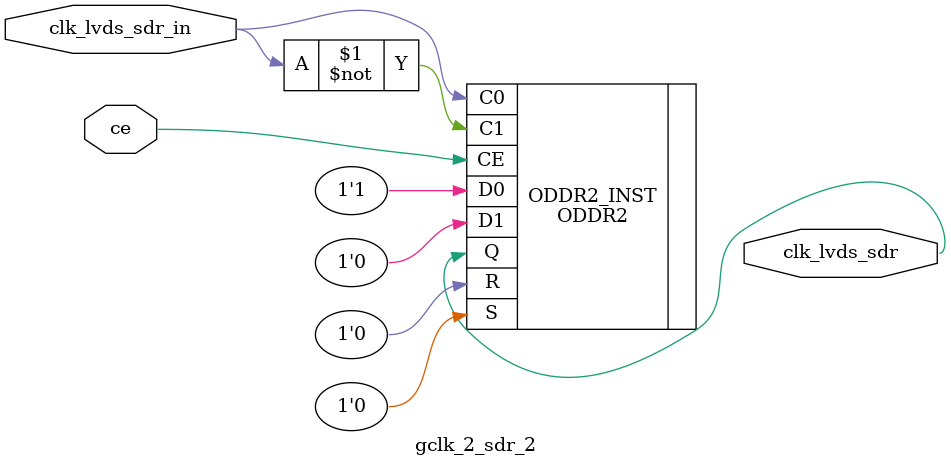
<source format=v>
`timescale 1ns / 1ps
module gclk_2_sdr_2(
  
	input		clk_lvds_sdr_in, 
	output	clk_lvds_sdr, 
	input		ce

	);
	
	
	
	ODDR2 #(
		.DDR_ALIGNMENT	("NONE"),
		.INIT				(1'b0),
		.SRTYPE			("SYNC")
	)
	ODDR2_INST(
		.Q					(clk_lvds_sdr),
		.C0				(clk_lvds_sdr_in),
		.C1				(~ clk_lvds_sdr_in),
		.CE				(ce),
		.D0				(1'b1),
		.D1				(1'b0),
		.R					(1'b0),
		.S					(1'b0)
	);

endmodule

</source>
